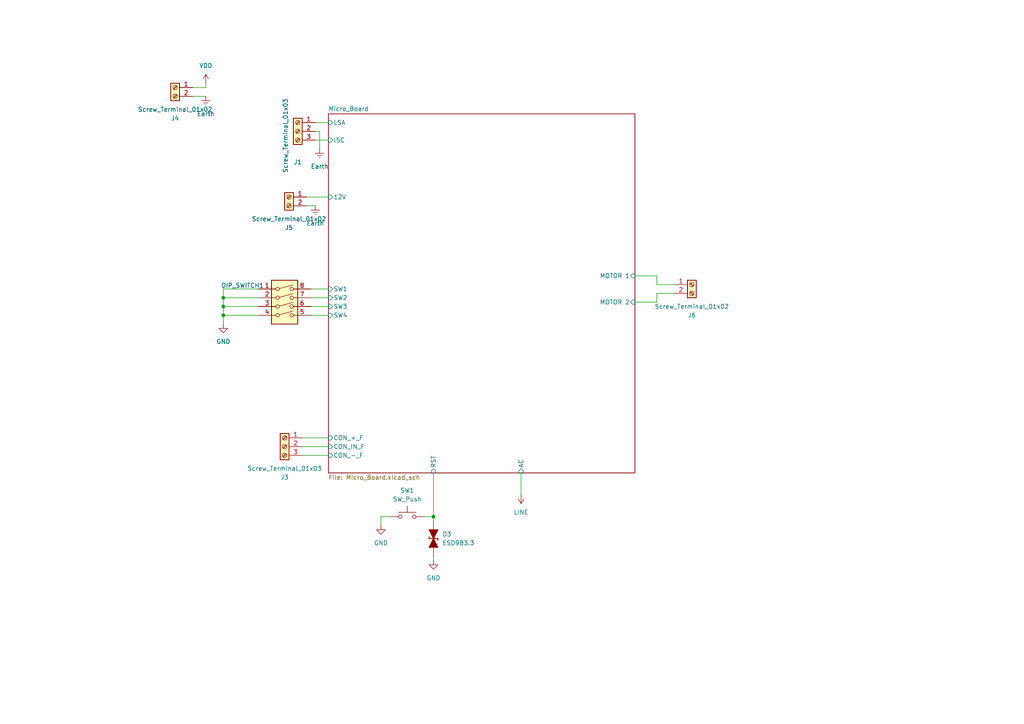
<source format=kicad_sch>
(kicad_sch
	(version 20250114)
	(generator "eeschema")
	(generator_version "9.0")
	(uuid "3d75f2ac-ff42-44dc-9858-71c9585bfb68")
	(paper "A4")
	(lib_symbols
		(symbol "Connector:Screw_Terminal_01x02"
			(pin_names
				(offset 1.016)
				(hide yes)
			)
			(exclude_from_sim no)
			(in_bom yes)
			(on_board yes)
			(property "Reference" "J"
				(at 0 2.54 0)
				(effects
					(font
						(size 1.27 1.27)
					)
				)
			)
			(property "Value" "Screw_Terminal_01x02"
				(at 0 -5.08 0)
				(effects
					(font
						(size 1.27 1.27)
					)
				)
			)
			(property "Footprint" ""
				(at 0 0 0)
				(effects
					(font
						(size 1.27 1.27)
					)
					(hide yes)
				)
			)
			(property "Datasheet" "~"
				(at 0 0 0)
				(effects
					(font
						(size 1.27 1.27)
					)
					(hide yes)
				)
			)
			(property "Description" "Generic screw terminal, single row, 01x02, script generated (kicad-library-utils/schlib/autogen/connector/)"
				(at 0 0 0)
				(effects
					(font
						(size 1.27 1.27)
					)
					(hide yes)
				)
			)
			(property "ki_keywords" "screw terminal"
				(at 0 0 0)
				(effects
					(font
						(size 1.27 1.27)
					)
					(hide yes)
				)
			)
			(property "ki_fp_filters" "TerminalBlock*:*"
				(at 0 0 0)
				(effects
					(font
						(size 1.27 1.27)
					)
					(hide yes)
				)
			)
			(symbol "Screw_Terminal_01x02_1_1"
				(rectangle
					(start -1.27 1.27)
					(end 1.27 -3.81)
					(stroke
						(width 0.254)
						(type default)
					)
					(fill
						(type background)
					)
				)
				(polyline
					(pts
						(xy -0.5334 0.3302) (xy 0.3302 -0.508)
					)
					(stroke
						(width 0.1524)
						(type default)
					)
					(fill
						(type none)
					)
				)
				(polyline
					(pts
						(xy -0.5334 -2.2098) (xy 0.3302 -3.048)
					)
					(stroke
						(width 0.1524)
						(type default)
					)
					(fill
						(type none)
					)
				)
				(polyline
					(pts
						(xy -0.3556 0.508) (xy 0.508 -0.3302)
					)
					(stroke
						(width 0.1524)
						(type default)
					)
					(fill
						(type none)
					)
				)
				(polyline
					(pts
						(xy -0.3556 -2.032) (xy 0.508 -2.8702)
					)
					(stroke
						(width 0.1524)
						(type default)
					)
					(fill
						(type none)
					)
				)
				(circle
					(center 0 0)
					(radius 0.635)
					(stroke
						(width 0.1524)
						(type default)
					)
					(fill
						(type none)
					)
				)
				(circle
					(center 0 -2.54)
					(radius 0.635)
					(stroke
						(width 0.1524)
						(type default)
					)
					(fill
						(type none)
					)
				)
				(pin passive line
					(at -5.08 0 0)
					(length 3.81)
					(name "Pin_1"
						(effects
							(font
								(size 1.27 1.27)
							)
						)
					)
					(number "1"
						(effects
							(font
								(size 1.27 1.27)
							)
						)
					)
				)
				(pin passive line
					(at -5.08 -2.54 0)
					(length 3.81)
					(name "Pin_2"
						(effects
							(font
								(size 1.27 1.27)
							)
						)
					)
					(number "2"
						(effects
							(font
								(size 1.27 1.27)
							)
						)
					)
				)
			)
			(embedded_fonts no)
		)
		(symbol "Connector:Screw_Terminal_01x03"
			(pin_names
				(offset 1.016)
				(hide yes)
			)
			(exclude_from_sim no)
			(in_bom yes)
			(on_board yes)
			(property "Reference" "J"
				(at 0 5.08 0)
				(effects
					(font
						(size 1.27 1.27)
					)
				)
			)
			(property "Value" "Screw_Terminal_01x03"
				(at 0 -5.08 0)
				(effects
					(font
						(size 1.27 1.27)
					)
				)
			)
			(property "Footprint" ""
				(at 0 0 0)
				(effects
					(font
						(size 1.27 1.27)
					)
					(hide yes)
				)
			)
			(property "Datasheet" "~"
				(at 0 0 0)
				(effects
					(font
						(size 1.27 1.27)
					)
					(hide yes)
				)
			)
			(property "Description" "Generic screw terminal, single row, 01x03, script generated (kicad-library-utils/schlib/autogen/connector/)"
				(at 0 0 0)
				(effects
					(font
						(size 1.27 1.27)
					)
					(hide yes)
				)
			)
			(property "ki_keywords" "screw terminal"
				(at 0 0 0)
				(effects
					(font
						(size 1.27 1.27)
					)
					(hide yes)
				)
			)
			(property "ki_fp_filters" "TerminalBlock*:*"
				(at 0 0 0)
				(effects
					(font
						(size 1.27 1.27)
					)
					(hide yes)
				)
			)
			(symbol "Screw_Terminal_01x03_1_1"
				(rectangle
					(start -1.27 3.81)
					(end 1.27 -3.81)
					(stroke
						(width 0.254)
						(type default)
					)
					(fill
						(type background)
					)
				)
				(polyline
					(pts
						(xy -0.5334 2.8702) (xy 0.3302 2.032)
					)
					(stroke
						(width 0.1524)
						(type default)
					)
					(fill
						(type none)
					)
				)
				(polyline
					(pts
						(xy -0.5334 0.3302) (xy 0.3302 -0.508)
					)
					(stroke
						(width 0.1524)
						(type default)
					)
					(fill
						(type none)
					)
				)
				(polyline
					(pts
						(xy -0.5334 -2.2098) (xy 0.3302 -3.048)
					)
					(stroke
						(width 0.1524)
						(type default)
					)
					(fill
						(type none)
					)
				)
				(polyline
					(pts
						(xy -0.3556 3.048) (xy 0.508 2.2098)
					)
					(stroke
						(width 0.1524)
						(type default)
					)
					(fill
						(type none)
					)
				)
				(polyline
					(pts
						(xy -0.3556 0.508) (xy 0.508 -0.3302)
					)
					(stroke
						(width 0.1524)
						(type default)
					)
					(fill
						(type none)
					)
				)
				(polyline
					(pts
						(xy -0.3556 -2.032) (xy 0.508 -2.8702)
					)
					(stroke
						(width 0.1524)
						(type default)
					)
					(fill
						(type none)
					)
				)
				(circle
					(center 0 2.54)
					(radius 0.635)
					(stroke
						(width 0.1524)
						(type default)
					)
					(fill
						(type none)
					)
				)
				(circle
					(center 0 0)
					(radius 0.635)
					(stroke
						(width 0.1524)
						(type default)
					)
					(fill
						(type none)
					)
				)
				(circle
					(center 0 -2.54)
					(radius 0.635)
					(stroke
						(width 0.1524)
						(type default)
					)
					(fill
						(type none)
					)
				)
				(pin passive line
					(at -5.08 2.54 0)
					(length 3.81)
					(name "Pin_1"
						(effects
							(font
								(size 1.27 1.27)
							)
						)
					)
					(number "1"
						(effects
							(font
								(size 1.27 1.27)
							)
						)
					)
				)
				(pin passive line
					(at -5.08 0 0)
					(length 3.81)
					(name "Pin_2"
						(effects
							(font
								(size 1.27 1.27)
							)
						)
					)
					(number "2"
						(effects
							(font
								(size 1.27 1.27)
							)
						)
					)
				)
				(pin passive line
					(at -5.08 -2.54 0)
					(length 3.81)
					(name "Pin_3"
						(effects
							(font
								(size 1.27 1.27)
							)
						)
					)
					(number "3"
						(effects
							(font
								(size 1.27 1.27)
							)
						)
					)
				)
			)
			(embedded_fonts no)
		)
		(symbol "PCM_Diode_TVS_AKL:ESD9B3.3"
			(pin_numbers
				(hide yes)
			)
			(pin_names
				(offset 1.016)
				(hide yes)
			)
			(exclude_from_sim no)
			(in_bom yes)
			(on_board yes)
			(property "Reference" "D"
				(at 0 5.08 0)
				(effects
					(font
						(size 1.27 1.27)
					)
				)
			)
			(property "Value" "ESD9B3.3"
				(at 0 2.54 0)
				(effects
					(font
						(size 1.27 1.27)
					)
				)
			)
			(property "Footprint" "PCM_Diode_SMD_AKL:D_SOD-923_TVS"
				(at 0 0 0)
				(effects
					(font
						(size 1.27 1.27)
					)
					(hide yes)
				)
			)
			(property "Datasheet" "https://www.tme.eu/Document/0fb79d9ad86508c0efdad25a1197dda3/ESD9B5.0ST5G.PDF"
				(at 0 0 0)
				(effects
					(font
						(size 1.27 1.27)
					)
					(hide yes)
				)
			)
			(property "Description" "SOD-923 Bidirectional TVS Diode, 3.3V, Alternate KiCAD Library"
				(at 0 0 0)
				(effects
					(font
						(size 1.27 1.27)
					)
					(hide yes)
				)
			)
			(property "ki_keywords" "diode TVS bidirectional ESD9B"
				(at 0 0 0)
				(effects
					(font
						(size 1.27 1.27)
					)
					(hide yes)
				)
			)
			(property "ki_fp_filters" "TO-???* *_Diode_* *SingleDiode* D_*"
				(at 0 0 0)
				(effects
					(font
						(size 1.27 1.27)
					)
					(hide yes)
				)
			)
			(symbol "ESD9B3.3_0_1"
				(polyline
					(pts
						(xy 0 1.27) (xy 0 -1.27)
					)
					(stroke
						(width 0.254)
						(type default)
					)
					(fill
						(type none)
					)
				)
				(polyline
					(pts
						(xy 0 1.27) (xy 0.508 1.27)
					)
					(stroke
						(width 0.254)
						(type default)
					)
					(fill
						(type none)
					)
				)
				(polyline
					(pts
						(xy 0 0) (xy -2.54 1.27) (xy -2.54 -1.27) (xy 0 0)
					)
					(stroke
						(width 0.254)
						(type default)
					)
					(fill
						(type outline)
					)
				)
				(polyline
					(pts
						(xy 0 -1.27) (xy -0.508 -1.27)
					)
					(stroke
						(width 0.254)
						(type default)
					)
					(fill
						(type none)
					)
				)
				(polyline
					(pts
						(xy 1.27 0) (xy -1.27 0)
					)
					(stroke
						(width 0)
						(type default)
					)
					(fill
						(type none)
					)
				)
				(polyline
					(pts
						(xy 2.54 1.27) (xy 2.54 -1.27) (xy 0 0) (xy 2.54 1.27)
					)
					(stroke
						(width 0.254)
						(type default)
					)
					(fill
						(type outline)
					)
				)
			)
			(symbol "ESD9B3.3_0_2"
				(polyline
					(pts
						(xy -3.81 -3.81) (xy 3.81 3.81)
					)
					(stroke
						(width 0)
						(type default)
					)
					(fill
						(type none)
					)
				)
				(polyline
					(pts
						(xy -1.778 -1.778) (xy -2.667 -0.889) (xy 0 0) (xy -0.889 -2.667) (xy -1.778 -1.778)
					)
					(stroke
						(width 0.254)
						(type default)
					)
					(fill
						(type outline)
					)
				)
				(polyline
					(pts
						(xy -0.889 0.889) (xy -1.27 0.508)
					)
					(stroke
						(width 0.254)
						(type default)
					)
					(fill
						(type none)
					)
				)
				(polyline
					(pts
						(xy -0.889 0.889) (xy 0.889 -0.889)
					)
					(stroke
						(width 0.254)
						(type default)
					)
					(fill
						(type none)
					)
				)
				(polyline
					(pts
						(xy 0.889 -0.889) (xy 1.27 -0.508)
					)
					(stroke
						(width 0.254)
						(type default)
					)
					(fill
						(type none)
					)
				)
				(polyline
					(pts
						(xy 1.778 1.778) (xy 2.667 0.889) (xy 0 0) (xy 0.889 2.667) (xy 1.778 1.778)
					)
					(stroke
						(width 0.254)
						(type default)
					)
					(fill
						(type outline)
					)
				)
			)
			(symbol "ESD9B3.3_1_1"
				(pin passive line
					(at -5.08 0 0)
					(length 2.54)
					(name "K"
						(effects
							(font
								(size 1.27 1.27)
							)
						)
					)
					(number "1"
						(effects
							(font
								(size 1.27 1.27)
							)
						)
					)
				)
				(pin passive line
					(at 5.08 0 180)
					(length 2.54)
					(name "A"
						(effects
							(font
								(size 1.27 1.27)
							)
						)
					)
					(number "2"
						(effects
							(font
								(size 1.27 1.27)
							)
						)
					)
				)
			)
			(symbol "ESD9B3.3_1_2"
				(pin passive line
					(at -3.81 -3.81 0)
					(length 0)
					(name "A"
						(effects
							(font
								(size 1.27 1.27)
							)
						)
					)
					(number "2"
						(effects
							(font
								(size 1.27 1.27)
							)
						)
					)
				)
				(pin passive line
					(at 3.81 3.81 180)
					(length 0)
					(name "K"
						(effects
							(font
								(size 1.27 1.27)
							)
						)
					)
					(number "1"
						(effects
							(font
								(size 1.27 1.27)
							)
						)
					)
				)
			)
			(embedded_fonts no)
		)
		(symbol "Switch:SW_DIP_x04"
			(pin_names
				(offset 0)
				(hide yes)
			)
			(exclude_from_sim no)
			(in_bom yes)
			(on_board yes)
			(property "Reference" "SW"
				(at 0 8.89 0)
				(effects
					(font
						(size 1.27 1.27)
					)
				)
			)
			(property "Value" "SW_DIP_x04"
				(at 0 -6.35 0)
				(effects
					(font
						(size 1.27 1.27)
					)
				)
			)
			(property "Footprint" ""
				(at 0 0 0)
				(effects
					(font
						(size 1.27 1.27)
					)
					(hide yes)
				)
			)
			(property "Datasheet" "~"
				(at 0 0 0)
				(effects
					(font
						(size 1.27 1.27)
					)
					(hide yes)
				)
			)
			(property "Description" "4x DIP Switch, Single Pole Single Throw (SPST) switch, small symbol"
				(at 0 0 0)
				(effects
					(font
						(size 1.27 1.27)
					)
					(hide yes)
				)
			)
			(property "ki_keywords" "dip switch"
				(at 0 0 0)
				(effects
					(font
						(size 1.27 1.27)
					)
					(hide yes)
				)
			)
			(property "ki_fp_filters" "SW?DIP?x4*"
				(at 0 0 0)
				(effects
					(font
						(size 1.27 1.27)
					)
					(hide yes)
				)
			)
			(symbol "SW_DIP_x04_0_0"
				(circle
					(center -2.032 5.08)
					(radius 0.508)
					(stroke
						(width 0)
						(type default)
					)
					(fill
						(type none)
					)
				)
				(circle
					(center -2.032 2.54)
					(radius 0.508)
					(stroke
						(width 0)
						(type default)
					)
					(fill
						(type none)
					)
				)
				(circle
					(center -2.032 0)
					(radius 0.508)
					(stroke
						(width 0)
						(type default)
					)
					(fill
						(type none)
					)
				)
				(circle
					(center -2.032 -2.54)
					(radius 0.508)
					(stroke
						(width 0)
						(type default)
					)
					(fill
						(type none)
					)
				)
				(polyline
					(pts
						(xy -1.524 5.207) (xy 2.3622 6.2484)
					)
					(stroke
						(width 0)
						(type default)
					)
					(fill
						(type none)
					)
				)
				(polyline
					(pts
						(xy -1.524 2.667) (xy 2.3622 3.7084)
					)
					(stroke
						(width 0)
						(type default)
					)
					(fill
						(type none)
					)
				)
				(polyline
					(pts
						(xy -1.524 0.127) (xy 2.3622 1.1684)
					)
					(stroke
						(width 0)
						(type default)
					)
					(fill
						(type none)
					)
				)
				(polyline
					(pts
						(xy -1.524 -2.3876) (xy 2.3622 -1.3462)
					)
					(stroke
						(width 0)
						(type default)
					)
					(fill
						(type none)
					)
				)
				(circle
					(center 2.032 5.08)
					(radius 0.508)
					(stroke
						(width 0)
						(type default)
					)
					(fill
						(type none)
					)
				)
				(circle
					(center 2.032 2.54)
					(radius 0.508)
					(stroke
						(width 0)
						(type default)
					)
					(fill
						(type none)
					)
				)
				(circle
					(center 2.032 0)
					(radius 0.508)
					(stroke
						(width 0)
						(type default)
					)
					(fill
						(type none)
					)
				)
				(circle
					(center 2.032 -2.54)
					(radius 0.508)
					(stroke
						(width 0)
						(type default)
					)
					(fill
						(type none)
					)
				)
			)
			(symbol "SW_DIP_x04_0_1"
				(rectangle
					(start -3.81 7.62)
					(end 3.81 -5.08)
					(stroke
						(width 0.254)
						(type default)
					)
					(fill
						(type background)
					)
				)
			)
			(symbol "SW_DIP_x04_1_1"
				(pin passive line
					(at -7.62 5.08 0)
					(length 5.08)
					(name "~"
						(effects
							(font
								(size 1.27 1.27)
							)
						)
					)
					(number "1"
						(effects
							(font
								(size 1.27 1.27)
							)
						)
					)
				)
				(pin passive line
					(at -7.62 2.54 0)
					(length 5.08)
					(name "~"
						(effects
							(font
								(size 1.27 1.27)
							)
						)
					)
					(number "2"
						(effects
							(font
								(size 1.27 1.27)
							)
						)
					)
				)
				(pin passive line
					(at -7.62 0 0)
					(length 5.08)
					(name "~"
						(effects
							(font
								(size 1.27 1.27)
							)
						)
					)
					(number "3"
						(effects
							(font
								(size 1.27 1.27)
							)
						)
					)
				)
				(pin passive line
					(at -7.62 -2.54 0)
					(length 5.08)
					(name "~"
						(effects
							(font
								(size 1.27 1.27)
							)
						)
					)
					(number "4"
						(effects
							(font
								(size 1.27 1.27)
							)
						)
					)
				)
				(pin passive line
					(at 7.62 5.08 180)
					(length 5.08)
					(name "~"
						(effects
							(font
								(size 1.27 1.27)
							)
						)
					)
					(number "8"
						(effects
							(font
								(size 1.27 1.27)
							)
						)
					)
				)
				(pin passive line
					(at 7.62 2.54 180)
					(length 5.08)
					(name "~"
						(effects
							(font
								(size 1.27 1.27)
							)
						)
					)
					(number "7"
						(effects
							(font
								(size 1.27 1.27)
							)
						)
					)
				)
				(pin passive line
					(at 7.62 0 180)
					(length 5.08)
					(name "~"
						(effects
							(font
								(size 1.27 1.27)
							)
						)
					)
					(number "6"
						(effects
							(font
								(size 1.27 1.27)
							)
						)
					)
				)
				(pin passive line
					(at 7.62 -2.54 180)
					(length 5.08)
					(name "~"
						(effects
							(font
								(size 1.27 1.27)
							)
						)
					)
					(number "5"
						(effects
							(font
								(size 1.27 1.27)
							)
						)
					)
				)
			)
			(embedded_fonts no)
		)
		(symbol "Switch:SW_Push"
			(pin_numbers
				(hide yes)
			)
			(pin_names
				(offset 1.016)
				(hide yes)
			)
			(exclude_from_sim no)
			(in_bom yes)
			(on_board yes)
			(property "Reference" "SW"
				(at 1.27 2.54 0)
				(effects
					(font
						(size 1.27 1.27)
					)
					(justify left)
				)
			)
			(property "Value" "SW_Push"
				(at 0 -1.524 0)
				(effects
					(font
						(size 1.27 1.27)
					)
				)
			)
			(property "Footprint" ""
				(at 0 5.08 0)
				(effects
					(font
						(size 1.27 1.27)
					)
					(hide yes)
				)
			)
			(property "Datasheet" "~"
				(at 0 5.08 0)
				(effects
					(font
						(size 1.27 1.27)
					)
					(hide yes)
				)
			)
			(property "Description" "Push button switch, generic, two pins"
				(at 0 0 0)
				(effects
					(font
						(size 1.27 1.27)
					)
					(hide yes)
				)
			)
			(property "ki_keywords" "switch normally-open pushbutton push-button"
				(at 0 0 0)
				(effects
					(font
						(size 1.27 1.27)
					)
					(hide yes)
				)
			)
			(symbol "SW_Push_0_1"
				(circle
					(center -2.032 0)
					(radius 0.508)
					(stroke
						(width 0)
						(type default)
					)
					(fill
						(type none)
					)
				)
				(polyline
					(pts
						(xy 0 1.27) (xy 0 3.048)
					)
					(stroke
						(width 0)
						(type default)
					)
					(fill
						(type none)
					)
				)
				(circle
					(center 2.032 0)
					(radius 0.508)
					(stroke
						(width 0)
						(type default)
					)
					(fill
						(type none)
					)
				)
				(polyline
					(pts
						(xy 2.54 1.27) (xy -2.54 1.27)
					)
					(stroke
						(width 0)
						(type default)
					)
					(fill
						(type none)
					)
				)
				(pin passive line
					(at -5.08 0 0)
					(length 2.54)
					(name "1"
						(effects
							(font
								(size 1.27 1.27)
							)
						)
					)
					(number "1"
						(effects
							(font
								(size 1.27 1.27)
							)
						)
					)
				)
				(pin passive line
					(at 5.08 0 180)
					(length 2.54)
					(name "2"
						(effects
							(font
								(size 1.27 1.27)
							)
						)
					)
					(number "2"
						(effects
							(font
								(size 1.27 1.27)
							)
						)
					)
				)
			)
			(embedded_fonts no)
		)
		(symbol "power:Earth"
			(power)
			(pin_numbers
				(hide yes)
			)
			(pin_names
				(offset 0)
				(hide yes)
			)
			(exclude_from_sim no)
			(in_bom yes)
			(on_board yes)
			(property "Reference" "#PWR"
				(at 0 -6.35 0)
				(effects
					(font
						(size 1.27 1.27)
					)
					(hide yes)
				)
			)
			(property "Value" "Earth"
				(at 0 -3.81 0)
				(effects
					(font
						(size 1.27 1.27)
					)
				)
			)
			(property "Footprint" ""
				(at 0 0 0)
				(effects
					(font
						(size 1.27 1.27)
					)
					(hide yes)
				)
			)
			(property "Datasheet" "~"
				(at 0 0 0)
				(effects
					(font
						(size 1.27 1.27)
					)
					(hide yes)
				)
			)
			(property "Description" "Power symbol creates a global label with name \"Earth\""
				(at 0 0 0)
				(effects
					(font
						(size 1.27 1.27)
					)
					(hide yes)
				)
			)
			(property "ki_keywords" "global ground gnd"
				(at 0 0 0)
				(effects
					(font
						(size 1.27 1.27)
					)
					(hide yes)
				)
			)
			(symbol "Earth_0_1"
				(polyline
					(pts
						(xy -0.635 -1.905) (xy 0.635 -1.905)
					)
					(stroke
						(width 0)
						(type default)
					)
					(fill
						(type none)
					)
				)
				(polyline
					(pts
						(xy -0.127 -2.54) (xy 0.127 -2.54)
					)
					(stroke
						(width 0)
						(type default)
					)
					(fill
						(type none)
					)
				)
				(polyline
					(pts
						(xy 0 -1.27) (xy 0 0)
					)
					(stroke
						(width 0)
						(type default)
					)
					(fill
						(type none)
					)
				)
				(polyline
					(pts
						(xy 1.27 -1.27) (xy -1.27 -1.27)
					)
					(stroke
						(width 0)
						(type default)
					)
					(fill
						(type none)
					)
				)
			)
			(symbol "Earth_1_1"
				(pin power_in line
					(at 0 0 270)
					(length 0)
					(name "~"
						(effects
							(font
								(size 1.27 1.27)
							)
						)
					)
					(number "1"
						(effects
							(font
								(size 1.27 1.27)
							)
						)
					)
				)
			)
			(embedded_fonts no)
		)
		(symbol "power:GND"
			(power)
			(pin_numbers
				(hide yes)
			)
			(pin_names
				(offset 0)
				(hide yes)
			)
			(exclude_from_sim no)
			(in_bom yes)
			(on_board yes)
			(property "Reference" "#PWR"
				(at 0 -6.35 0)
				(effects
					(font
						(size 1.27 1.27)
					)
					(hide yes)
				)
			)
			(property "Value" "GND"
				(at 0 -3.81 0)
				(effects
					(font
						(size 1.27 1.27)
					)
				)
			)
			(property "Footprint" ""
				(at 0 0 0)
				(effects
					(font
						(size 1.27 1.27)
					)
					(hide yes)
				)
			)
			(property "Datasheet" ""
				(at 0 0 0)
				(effects
					(font
						(size 1.27 1.27)
					)
					(hide yes)
				)
			)
			(property "Description" "Power symbol creates a global label with name \"GND\" , ground"
				(at 0 0 0)
				(effects
					(font
						(size 1.27 1.27)
					)
					(hide yes)
				)
			)
			(property "ki_keywords" "global power"
				(at 0 0 0)
				(effects
					(font
						(size 1.27 1.27)
					)
					(hide yes)
				)
			)
			(symbol "GND_0_1"
				(polyline
					(pts
						(xy 0 0) (xy 0 -1.27) (xy 1.27 -1.27) (xy 0 -2.54) (xy -1.27 -1.27) (xy 0 -1.27)
					)
					(stroke
						(width 0)
						(type default)
					)
					(fill
						(type none)
					)
				)
			)
			(symbol "GND_1_1"
				(pin power_in line
					(at 0 0 270)
					(length 0)
					(name "~"
						(effects
							(font
								(size 1.27 1.27)
							)
						)
					)
					(number "1"
						(effects
							(font
								(size 1.27 1.27)
							)
						)
					)
				)
			)
			(embedded_fonts no)
		)
		(symbol "power:LINE"
			(power)
			(pin_numbers
				(hide yes)
			)
			(pin_names
				(offset 0)
				(hide yes)
			)
			(exclude_from_sim no)
			(in_bom yes)
			(on_board yes)
			(property "Reference" "#PWR"
				(at 0 -3.81 0)
				(effects
					(font
						(size 1.27 1.27)
					)
					(hide yes)
				)
			)
			(property "Value" "LINE"
				(at 0 3.556 0)
				(effects
					(font
						(size 1.27 1.27)
					)
				)
			)
			(property "Footprint" ""
				(at 0 0 0)
				(effects
					(font
						(size 1.27 1.27)
					)
					(hide yes)
				)
			)
			(property "Datasheet" ""
				(at 0 0 0)
				(effects
					(font
						(size 1.27 1.27)
					)
					(hide yes)
				)
			)
			(property "Description" "Power symbol creates a global label with name \"LINE\""
				(at 0 0 0)
				(effects
					(font
						(size 1.27 1.27)
					)
					(hide yes)
				)
			)
			(property "ki_keywords" "global power"
				(at 0 0 0)
				(effects
					(font
						(size 1.27 1.27)
					)
					(hide yes)
				)
			)
			(symbol "LINE_0_1"
				(polyline
					(pts
						(xy -0.762 1.27) (xy 0 2.54)
					)
					(stroke
						(width 0)
						(type default)
					)
					(fill
						(type none)
					)
				)
				(polyline
					(pts
						(xy 0 2.54) (xy 0.762 1.27)
					)
					(stroke
						(width 0)
						(type default)
					)
					(fill
						(type none)
					)
				)
				(polyline
					(pts
						(xy 0 0) (xy 0 2.54)
					)
					(stroke
						(width 0)
						(type default)
					)
					(fill
						(type none)
					)
				)
			)
			(symbol "LINE_1_1"
				(pin power_in line
					(at 0 0 90)
					(length 0)
					(name "~"
						(effects
							(font
								(size 1.27 1.27)
							)
						)
					)
					(number "1"
						(effects
							(font
								(size 1.27 1.27)
							)
						)
					)
				)
			)
			(embedded_fonts no)
		)
		(symbol "power:VDD"
			(power)
			(pin_numbers
				(hide yes)
			)
			(pin_names
				(offset 0)
				(hide yes)
			)
			(exclude_from_sim no)
			(in_bom yes)
			(on_board yes)
			(property "Reference" "#PWR"
				(at 0 -3.81 0)
				(effects
					(font
						(size 1.27 1.27)
					)
					(hide yes)
				)
			)
			(property "Value" "VDD"
				(at 0 3.556 0)
				(effects
					(font
						(size 1.27 1.27)
					)
				)
			)
			(property "Footprint" ""
				(at 0 0 0)
				(effects
					(font
						(size 1.27 1.27)
					)
					(hide yes)
				)
			)
			(property "Datasheet" ""
				(at 0 0 0)
				(effects
					(font
						(size 1.27 1.27)
					)
					(hide yes)
				)
			)
			(property "Description" "Power symbol creates a global label with name \"VDD\""
				(at 0 0 0)
				(effects
					(font
						(size 1.27 1.27)
					)
					(hide yes)
				)
			)
			(property "ki_keywords" "global power"
				(at 0 0 0)
				(effects
					(font
						(size 1.27 1.27)
					)
					(hide yes)
				)
			)
			(symbol "VDD_0_1"
				(polyline
					(pts
						(xy -0.762 1.27) (xy 0 2.54)
					)
					(stroke
						(width 0)
						(type default)
					)
					(fill
						(type none)
					)
				)
				(polyline
					(pts
						(xy 0 2.54) (xy 0.762 1.27)
					)
					(stroke
						(width 0)
						(type default)
					)
					(fill
						(type none)
					)
				)
				(polyline
					(pts
						(xy 0 0) (xy 0 2.54)
					)
					(stroke
						(width 0)
						(type default)
					)
					(fill
						(type none)
					)
				)
			)
			(symbol "VDD_1_1"
				(pin power_in line
					(at 0 0 90)
					(length 0)
					(name "~"
						(effects
							(font
								(size 1.27 1.27)
							)
						)
					)
					(number "1"
						(effects
							(font
								(size 1.27 1.27)
							)
						)
					)
				)
			)
			(embedded_fonts no)
		)
	)
	(junction
		(at 64.77 91.44)
		(diameter 0)
		(color 0 0 0 0)
		(uuid "13e417b4-26f5-4048-a90c-0e4b8d2d6d96")
	)
	(junction
		(at 64.77 86.36)
		(diameter 0)
		(color 0 0 0 0)
		(uuid "4bc1e37c-55e0-4283-915f-b786439c4aba")
	)
	(junction
		(at 64.77 88.9)
		(diameter 0)
		(color 0 0 0 0)
		(uuid "baee1a18-3f98-4fe6-8d91-2475f20f2727")
	)
	(junction
		(at 125.73 149.86)
		(diameter 0)
		(color 0 0 0 0)
		(uuid "c1073595-89b6-4469-96c8-20ebcfe5c6a7")
	)
	(wire
		(pts
			(xy 90.17 91.44) (xy 95.25 91.44)
		)
		(stroke
			(width 0)
			(type default)
		)
		(uuid "06244cb6-f2fa-46d0-9481-2c034d1e6602")
	)
	(wire
		(pts
			(xy 87.63 129.54) (xy 95.25 129.54)
		)
		(stroke
			(width 0)
			(type default)
		)
		(uuid "0f2b24bf-1903-4a7b-bc1f-4e1483a8d07d")
	)
	(wire
		(pts
			(xy 88.9 57.15) (xy 95.25 57.15)
		)
		(stroke
			(width 0)
			(type default)
		)
		(uuid "15b0ba63-d47f-4846-9830-1255ba416c96")
	)
	(wire
		(pts
			(xy 92.71 38.1) (xy 91.44 38.1)
		)
		(stroke
			(width 0)
			(type default)
		)
		(uuid "2892ef59-9c52-4f72-b75d-f2978352f5a6")
	)
	(wire
		(pts
			(xy 55.88 27.94) (xy 59.69 27.94)
		)
		(stroke
			(width 0)
			(type default)
		)
		(uuid "2d78cb6a-61f5-4416-9aab-f90aeb1f4515")
	)
	(wire
		(pts
			(xy 64.77 86.36) (xy 64.77 83.82)
		)
		(stroke
			(width 0)
			(type default)
		)
		(uuid "38b83000-e3c5-4f28-ab25-42faf6c54495")
	)
	(wire
		(pts
			(xy 59.69 24.13) (xy 59.69 25.4)
		)
		(stroke
			(width 0)
			(type default)
		)
		(uuid "3ebeb8b3-175e-4e2b-81bf-1d78ed5af972")
	)
	(wire
		(pts
			(xy 190.5 80.01) (xy 184.15 80.01)
		)
		(stroke
			(width 0)
			(type default)
		)
		(uuid "49497ec0-25f7-4fd2-b1e7-27e0546433ff")
	)
	(wire
		(pts
			(xy 87.63 132.08) (xy 95.25 132.08)
		)
		(stroke
			(width 0)
			(type default)
		)
		(uuid "49767c01-4f07-4533-a756-20a84ac31a0e")
	)
	(wire
		(pts
			(xy 64.77 83.82) (xy 74.93 83.82)
		)
		(stroke
			(width 0)
			(type default)
		)
		(uuid "5993baf6-702c-4c96-ac0b-e37597140419")
	)
	(wire
		(pts
			(xy 92.71 38.1) (xy 92.71 43.18)
		)
		(stroke
			(width 0)
			(type default)
		)
		(uuid "613f44af-0fed-4236-be79-bef5804a369e")
	)
	(wire
		(pts
			(xy 90.17 83.82) (xy 95.25 83.82)
		)
		(stroke
			(width 0)
			(type default)
		)
		(uuid "7c06dc31-bef4-4c4b-aba9-e0ea3e619311")
	)
	(wire
		(pts
			(xy 125.73 151.13) (xy 125.73 149.86)
		)
		(stroke
			(width 0)
			(type default)
		)
		(uuid "7d10be66-1013-4337-9132-da103a0c8fb4")
	)
	(wire
		(pts
			(xy 113.03 149.86) (xy 110.49 149.86)
		)
		(stroke
			(width 0)
			(type default)
		)
		(uuid "876da22d-649b-4b91-aed6-66a455b80b63")
	)
	(wire
		(pts
			(xy 151.13 137.16) (xy 151.13 143.51)
		)
		(stroke
			(width 0)
			(type default)
		)
		(uuid "87c18d6d-9dc0-4bba-8bd9-190982437ea6")
	)
	(wire
		(pts
			(xy 125.73 137.16) (xy 125.73 149.86)
		)
		(stroke
			(width 0)
			(type default)
		)
		(uuid "90c2b8bb-c2c9-4b32-97e0-74fc8dae4d95")
	)
	(wire
		(pts
			(xy 64.77 91.44) (xy 64.77 88.9)
		)
		(stroke
			(width 0)
			(type default)
		)
		(uuid "9cd8632f-7f20-4f76-aff8-9edd851fb672")
	)
	(wire
		(pts
			(xy 195.58 82.55) (xy 190.5 82.55)
		)
		(stroke
			(width 0)
			(type default)
		)
		(uuid "9dd824ad-4b2b-4db9-9fcf-40d009d6065b")
	)
	(wire
		(pts
			(xy 91.44 59.69) (xy 88.9 59.69)
		)
		(stroke
			(width 0)
			(type default)
		)
		(uuid "a479d678-6939-4b93-8358-2cc47d97edc1")
	)
	(wire
		(pts
			(xy 91.44 35.56) (xy 95.25 35.56)
		)
		(stroke
			(width 0)
			(type default)
		)
		(uuid "a55fc504-d957-4c05-bc69-8123dddfe71f")
	)
	(wire
		(pts
			(xy 184.15 87.63) (xy 190.5 87.63)
		)
		(stroke
			(width 0)
			(type default)
		)
		(uuid "acfffa5e-4d19-44e7-9ef1-b49b25c87ce7")
	)
	(wire
		(pts
			(xy 64.77 86.36) (xy 74.93 86.36)
		)
		(stroke
			(width 0)
			(type default)
		)
		(uuid "b1ab80bf-0315-4833-b7d6-4cb611d263b6")
	)
	(wire
		(pts
			(xy 64.77 88.9) (xy 64.77 86.36)
		)
		(stroke
			(width 0)
			(type default)
		)
		(uuid "b44685da-8775-4cae-a6ba-16a85c974290")
	)
	(wire
		(pts
			(xy 90.17 86.36) (xy 95.25 86.36)
		)
		(stroke
			(width 0)
			(type default)
		)
		(uuid "b793b3e5-481b-4d23-8b14-2e0e3e1fd9e0")
	)
	(wire
		(pts
			(xy 87.63 127) (xy 95.25 127)
		)
		(stroke
			(width 0)
			(type default)
		)
		(uuid "c07d45c1-9966-4799-8aca-a3ea1566d72a")
	)
	(wire
		(pts
			(xy 110.49 149.86) (xy 110.49 152.4)
		)
		(stroke
			(width 0)
			(type default)
		)
		(uuid "c5d1261f-9428-4f2f-b586-2d8068d54524")
	)
	(wire
		(pts
			(xy 123.19 149.86) (xy 125.73 149.86)
		)
		(stroke
			(width 0)
			(type default)
		)
		(uuid "c8876fcb-b6a8-4cef-a292-97b2f801245d")
	)
	(wire
		(pts
			(xy 64.77 91.44) (xy 74.93 91.44)
		)
		(stroke
			(width 0)
			(type default)
		)
		(uuid "c8a58846-6fbd-42c8-ad9f-d92146ccc5a8")
	)
	(wire
		(pts
			(xy 91.44 40.64) (xy 95.25 40.64)
		)
		(stroke
			(width 0)
			(type default)
		)
		(uuid "d8b09ef9-b8db-4432-96c1-2c9f5fa06d64")
	)
	(wire
		(pts
			(xy 190.5 85.09) (xy 195.58 85.09)
		)
		(stroke
			(width 0)
			(type default)
		)
		(uuid "d9740493-2659-4119-acd9-c59cd6d097b4")
	)
	(wire
		(pts
			(xy 55.88 25.4) (xy 59.69 25.4)
		)
		(stroke
			(width 0)
			(type default)
		)
		(uuid "e47b491b-47e4-491f-ad59-e2a21167e7e3")
	)
	(wire
		(pts
			(xy 64.77 93.98) (xy 64.77 91.44)
		)
		(stroke
			(width 0)
			(type default)
		)
		(uuid "e4aded84-209a-4a92-9049-341e3eb89dcd")
	)
	(wire
		(pts
			(xy 190.5 82.55) (xy 190.5 80.01)
		)
		(stroke
			(width 0)
			(type default)
		)
		(uuid "e54c9835-d3a8-4c4d-8f87-a680f02eb3eb")
	)
	(wire
		(pts
			(xy 90.17 88.9) (xy 95.25 88.9)
		)
		(stroke
			(width 0)
			(type default)
		)
		(uuid "f0743e94-561f-4102-b9ff-12d95783488b")
	)
	(wire
		(pts
			(xy 190.5 87.63) (xy 190.5 85.09)
		)
		(stroke
			(width 0)
			(type default)
		)
		(uuid "f62aed8d-01b3-4751-8a56-049e18bc1d56")
	)
	(wire
		(pts
			(xy 125.73 161.29) (xy 125.73 162.56)
		)
		(stroke
			(width 0)
			(type default)
		)
		(uuid "fcc168fb-2c1e-4940-bb79-d5e5f7c1bee0")
	)
	(wire
		(pts
			(xy 64.77 88.9) (xy 74.93 88.9)
		)
		(stroke
			(width 0)
			(type default)
		)
		(uuid "fe29232b-185b-43f4-b592-97c910c83f9e")
	)
	(symbol
		(lib_id "Connector:Screw_Terminal_01x02")
		(at 50.8 25.4 0)
		(mirror y)
		(unit 1)
		(exclude_from_sim no)
		(in_bom yes)
		(on_board yes)
		(dnp no)
		(uuid "1cf8d112-c75e-4478-93f7-ea776ee9f7d7")
		(property "Reference" "J4"
			(at 50.8 34.29 0)
			(effects
				(font
					(size 1.27 1.27)
				)
			)
		)
		(property "Value" "Screw_Terminal_01x02"
			(at 50.8 31.75 0)
			(effects
				(font
					(size 1.27 1.27)
				)
			)
		)
		(property "Footprint" "TerminalBlock_Phoenix:TerminalBlock_Phoenix_PT-1,5-2-5.0-H_1x02_P5.00mm_Horizontal"
			(at 50.8 25.4 0)
			(effects
				(font
					(size 1.27 1.27)
				)
				(hide yes)
			)
		)
		(property "Datasheet" "~"
			(at 50.8 25.4 0)
			(effects
				(font
					(size 1.27 1.27)
				)
				(hide yes)
			)
		)
		(property "Description" "Generic screw terminal, single row, 01x02, script generated (kicad-library-utils/schlib/autogen/connector/)"
			(at 50.8 25.4 0)
			(effects
				(font
					(size 1.27 1.27)
				)
				(hide yes)
			)
		)
		(pin "1"
			(uuid "999cd435-4c3f-4094-bf19-8eb8abbe40e4")
		)
		(pin "2"
			(uuid "045fd623-5b2b-4f79-8472-5e85f9ebfce0")
		)
		(instances
			(project ""
				(path "/3d75f2ac-ff42-44dc-9858-71c9585bfb68"
					(reference "J4")
					(unit 1)
				)
			)
		)
	)
	(symbol
		(lib_id "power:Earth")
		(at 91.44 59.69 0)
		(unit 1)
		(exclude_from_sim no)
		(in_bom yes)
		(on_board yes)
		(dnp no)
		(fields_autoplaced yes)
		(uuid "1e965590-ce05-4ccc-8223-6027a439b628")
		(property "Reference" "#PWR013"
			(at 91.44 66.04 0)
			(effects
				(font
					(size 1.27 1.27)
				)
				(hide yes)
			)
		)
		(property "Value" "Earth"
			(at 91.44 64.77 0)
			(effects
				(font
					(size 1.27 1.27)
				)
			)
		)
		(property "Footprint" ""
			(at 91.44 59.69 0)
			(effects
				(font
					(size 1.27 1.27)
				)
				(hide yes)
			)
		)
		(property "Datasheet" "~"
			(at 91.44 59.69 0)
			(effects
				(font
					(size 1.27 1.27)
				)
				(hide yes)
			)
		)
		(property "Description" "Power symbol creates a global label with name \"Earth\""
			(at 91.44 59.69 0)
			(effects
				(font
					(size 1.27 1.27)
				)
				(hide yes)
			)
		)
		(pin "1"
			(uuid "902c6867-dbef-4fb4-a404-372ee0d4124e")
		)
		(instances
			(project ""
				(path "/3d75f2ac-ff42-44dc-9858-71c9585bfb68"
					(reference "#PWR013")
					(unit 1)
				)
			)
		)
	)
	(symbol
		(lib_id "power:Earth")
		(at 59.69 27.94 0)
		(unit 1)
		(exclude_from_sim no)
		(in_bom yes)
		(on_board yes)
		(dnp no)
		(fields_autoplaced yes)
		(uuid "311a8efa-15ac-4d32-a07e-aa233cddf441")
		(property "Reference" "#PWR02"
			(at 59.69 34.29 0)
			(effects
				(font
					(size 1.27 1.27)
				)
				(hide yes)
			)
		)
		(property "Value" "Earth"
			(at 59.69 33.02 0)
			(effects
				(font
					(size 1.27 1.27)
				)
			)
		)
		(property "Footprint" ""
			(at 59.69 27.94 0)
			(effects
				(font
					(size 1.27 1.27)
				)
				(hide yes)
			)
		)
		(property "Datasheet" "~"
			(at 59.69 27.94 0)
			(effects
				(font
					(size 1.27 1.27)
				)
				(hide yes)
			)
		)
		(property "Description" "Power symbol creates a global label with name \"Earth\""
			(at 59.69 27.94 0)
			(effects
				(font
					(size 1.27 1.27)
				)
				(hide yes)
			)
		)
		(pin "1"
			(uuid "8934e1a0-6840-405c-b710-899fbec32c17")
		)
		(instances
			(project ""
				(path "/3d75f2ac-ff42-44dc-9858-71c9585bfb68"
					(reference "#PWR02")
					(unit 1)
				)
			)
		)
	)
	(symbol
		(lib_id "power:GND")
		(at 110.49 152.4 0)
		(unit 1)
		(exclude_from_sim no)
		(in_bom yes)
		(on_board yes)
		(dnp no)
		(fields_autoplaced yes)
		(uuid "514c1019-fc18-49c0-8561-8fac3fdb83f8")
		(property "Reference" "#PWR010"
			(at 110.49 158.75 0)
			(effects
				(font
					(size 1.27 1.27)
				)
				(hide yes)
			)
		)
		(property "Value" "GND"
			(at 110.49 157.48 0)
			(effects
				(font
					(size 1.27 1.27)
				)
			)
		)
		(property "Footprint" ""
			(at 110.49 152.4 0)
			(effects
				(font
					(size 1.27 1.27)
				)
				(hide yes)
			)
		)
		(property "Datasheet" ""
			(at 110.49 152.4 0)
			(effects
				(font
					(size 1.27 1.27)
				)
				(hide yes)
			)
		)
		(property "Description" "Power symbol creates a global label with name \"GND\" , ground"
			(at 110.49 152.4 0)
			(effects
				(font
					(size 1.27 1.27)
				)
				(hide yes)
			)
		)
		(pin "1"
			(uuid "097a8681-144e-47ed-8027-ee2d3bdd3098")
		)
		(instances
			(project "Pro"
				(path "/3d75f2ac-ff42-44dc-9858-71c9585bfb68"
					(reference "#PWR010")
					(unit 1)
				)
			)
		)
	)
	(symbol
		(lib_id "Connector:Screw_Terminal_01x02")
		(at 83.82 57.15 0)
		(mirror y)
		(unit 1)
		(exclude_from_sim no)
		(in_bom yes)
		(on_board yes)
		(dnp no)
		(uuid "5164cde3-bf76-46e2-bcf7-7b4a07f4ecdb")
		(property "Reference" "J5"
			(at 83.82 66.04 0)
			(effects
				(font
					(size 1.27 1.27)
				)
			)
		)
		(property "Value" "Screw_Terminal_01x02"
			(at 83.82 63.5 0)
			(effects
				(font
					(size 1.27 1.27)
				)
			)
		)
		(property "Footprint" "TerminalBlock_Phoenix:TerminalBlock_Phoenix_PT-1,5-2-5.0-H_1x02_P5.00mm_Horizontal"
			(at 83.82 57.15 0)
			(effects
				(font
					(size 1.27 1.27)
				)
				(hide yes)
			)
		)
		(property "Datasheet" "~"
			(at 83.82 57.15 0)
			(effects
				(font
					(size 1.27 1.27)
				)
				(hide yes)
			)
		)
		(property "Description" "Generic screw terminal, single row, 01x02, script generated (kicad-library-utils/schlib/autogen/connector/)"
			(at 83.82 57.15 0)
			(effects
				(font
					(size 1.27 1.27)
				)
				(hide yes)
			)
		)
		(pin "1"
			(uuid "72ee3b13-5cf9-4518-b347-a21a9e9336e0")
		)
		(pin "2"
			(uuid "f84b916f-8e1b-48d9-aa67-f5ad2aa63e15")
		)
		(instances
			(project "Pro"
				(path "/3d75f2ac-ff42-44dc-9858-71c9585bfb68"
					(reference "J5")
					(unit 1)
				)
			)
		)
	)
	(symbol
		(lib_id "power:LINE")
		(at 151.13 143.51 180)
		(unit 1)
		(exclude_from_sim no)
		(in_bom yes)
		(on_board yes)
		(dnp no)
		(fields_autoplaced yes)
		(uuid "6afba1af-7a61-47de-8bf6-f31c64e29696")
		(property "Reference" "#PWR012"
			(at 151.13 139.7 0)
			(effects
				(font
					(size 1.27 1.27)
				)
				(hide yes)
			)
		)
		(property "Value" "LINE"
			(at 151.13 148.59 0)
			(effects
				(font
					(size 1.27 1.27)
				)
			)
		)
		(property "Footprint" ""
			(at 151.13 143.51 0)
			(effects
				(font
					(size 1.27 1.27)
				)
				(hide yes)
			)
		)
		(property "Datasheet" ""
			(at 151.13 143.51 0)
			(effects
				(font
					(size 1.27 1.27)
				)
				(hide yes)
			)
		)
		(property "Description" "Power symbol creates a global label with name \"LINE\""
			(at 151.13 143.51 0)
			(effects
				(font
					(size 1.27 1.27)
				)
				(hide yes)
			)
		)
		(pin "1"
			(uuid "88cdc3cb-19fe-466e-9cf6-4c1748a2dc27")
		)
		(instances
			(project ""
				(path "/3d75f2ac-ff42-44dc-9858-71c9585bfb68"
					(reference "#PWR012")
					(unit 1)
				)
			)
		)
	)
	(symbol
		(lib_id "power:GND")
		(at 125.73 162.56 0)
		(unit 1)
		(exclude_from_sim no)
		(in_bom yes)
		(on_board yes)
		(dnp no)
		(fields_autoplaced yes)
		(uuid "76c07520-cbc3-45ca-951c-3314a88ca8f7")
		(property "Reference" "#PWR017"
			(at 125.73 168.91 0)
			(effects
				(font
					(size 1.27 1.27)
				)
				(hide yes)
			)
		)
		(property "Value" "GND"
			(at 125.73 167.64 0)
			(effects
				(font
					(size 1.27 1.27)
				)
			)
		)
		(property "Footprint" ""
			(at 125.73 162.56 0)
			(effects
				(font
					(size 1.27 1.27)
				)
				(hide yes)
			)
		)
		(property "Datasheet" ""
			(at 125.73 162.56 0)
			(effects
				(font
					(size 1.27 1.27)
				)
				(hide yes)
			)
		)
		(property "Description" "Power symbol creates a global label with name \"GND\" , ground"
			(at 125.73 162.56 0)
			(effects
				(font
					(size 1.27 1.27)
				)
				(hide yes)
			)
		)
		(pin "1"
			(uuid "95e08989-b68a-4ea8-a09d-3be851e56da0")
		)
		(instances
			(project "Pro"
				(path "/3d75f2ac-ff42-44dc-9858-71c9585bfb68"
					(reference "#PWR017")
					(unit 1)
				)
			)
		)
	)
	(symbol
		(lib_id "power:GND")
		(at 64.77 93.98 0)
		(unit 1)
		(exclude_from_sim no)
		(in_bom yes)
		(on_board yes)
		(dnp no)
		(fields_autoplaced yes)
		(uuid "7c0d084a-7ef5-4d35-a813-478a3ca83687")
		(property "Reference" "#PWR016"
			(at 64.77 100.33 0)
			(effects
				(font
					(size 1.27 1.27)
				)
				(hide yes)
			)
		)
		(property "Value" "GND"
			(at 64.77 99.06 0)
			(effects
				(font
					(size 1.27 1.27)
				)
			)
		)
		(property "Footprint" ""
			(at 64.77 93.98 0)
			(effects
				(font
					(size 1.27 1.27)
				)
				(hide yes)
			)
		)
		(property "Datasheet" ""
			(at 64.77 93.98 0)
			(effects
				(font
					(size 1.27 1.27)
				)
				(hide yes)
			)
		)
		(property "Description" "Power symbol creates a global label with name \"GND\" , ground"
			(at 64.77 93.98 0)
			(effects
				(font
					(size 1.27 1.27)
				)
				(hide yes)
			)
		)
		(pin "1"
			(uuid "33197c9c-5851-4af0-8f63-bd80d4fc40c7")
		)
		(instances
			(project "Pro"
				(path "/3d75f2ac-ff42-44dc-9858-71c9585bfb68"
					(reference "#PWR016")
					(unit 1)
				)
			)
		)
	)
	(symbol
		(lib_id "Connector:Screw_Terminal_01x03")
		(at 86.36 38.1 0)
		(mirror y)
		(unit 1)
		(exclude_from_sim no)
		(in_bom yes)
		(on_board yes)
		(dnp no)
		(uuid "99a5fe05-fbb5-48f7-9fe6-da07f002bcd1")
		(property "Reference" "J1"
			(at 86.36 46.99 0)
			(effects
				(font
					(size 1.27 1.27)
				)
			)
		)
		(property "Value" "Screw_Terminal_01x03"
			(at 82.804 39.37 90)
			(effects
				(font
					(size 1.27 1.27)
				)
			)
		)
		(property "Footprint" "TerminalBlock_Phoenix:TerminalBlock_Phoenix_PT-1,5-3-5.0-H_1x03_P5.00mm_Horizontal"
			(at 86.36 38.1 0)
			(effects
				(font
					(size 1.27 1.27)
				)
				(hide yes)
			)
		)
		(property "Datasheet" "~"
			(at 86.36 38.1 0)
			(effects
				(font
					(size 1.27 1.27)
				)
				(hide yes)
			)
		)
		(property "Description" "Generic screw terminal, single row, 01x03, script generated (kicad-library-utils/schlib/autogen/connector/)"
			(at 86.36 38.1 0)
			(effects
				(font
					(size 1.27 1.27)
				)
				(hide yes)
			)
		)
		(pin "2"
			(uuid "a4262901-a078-44c8-a34c-5b9c75222c8d")
		)
		(pin "3"
			(uuid "1527107c-74b5-490e-8c02-e7e099512000")
		)
		(pin "1"
			(uuid "da965cb9-b339-40fa-bca9-136ac63e0082")
		)
		(instances
			(project ""
				(path "/3d75f2ac-ff42-44dc-9858-71c9585bfb68"
					(reference "J1")
					(unit 1)
				)
			)
		)
	)
	(symbol
		(lib_id "Switch:SW_Push")
		(at 118.11 149.86 0)
		(unit 1)
		(exclude_from_sim no)
		(in_bom yes)
		(on_board yes)
		(dnp no)
		(fields_autoplaced yes)
		(uuid "a9afb9b4-aac1-404a-b8b1-d40901f45979")
		(property "Reference" "SW1"
			(at 118.11 142.24 0)
			(effects
				(font
					(size 1.27 1.27)
				)
			)
		)
		(property "Value" "SW_Push"
			(at 118.11 144.78 0)
			(effects
				(font
					(size 1.27 1.27)
				)
			)
		)
		(property "Footprint" "Button_Switch_SMD:SW_Push_1P1T_NO_CK_KSC7xxJ"
			(at 118.11 144.78 0)
			(effects
				(font
					(size 1.27 1.27)
				)
				(hide yes)
			)
		)
		(property "Datasheet" "~"
			(at 118.11 144.78 0)
			(effects
				(font
					(size 1.27 1.27)
				)
				(hide yes)
			)
		)
		(property "Description" "Push button switch, generic, two pins"
			(at 118.11 149.86 0)
			(effects
				(font
					(size 1.27 1.27)
				)
				(hide yes)
			)
		)
		(pin "1"
			(uuid "65291c07-cf6d-4719-9b93-32af57fec774")
		)
		(pin "2"
			(uuid "f33b6078-bec1-4fea-974c-7fae895027fa")
		)
		(instances
			(project "Pro"
				(path "/3d75f2ac-ff42-44dc-9858-71c9585bfb68"
					(reference "SW1")
					(unit 1)
				)
			)
		)
	)
	(symbol
		(lib_id "power:VDD")
		(at 59.69 24.13 0)
		(unit 1)
		(exclude_from_sim no)
		(in_bom yes)
		(on_board yes)
		(dnp no)
		(fields_autoplaced yes)
		(uuid "be52faba-554d-4922-88ee-cae48f2edfb1")
		(property "Reference" "#PWR01"
			(at 59.69 27.94 0)
			(effects
				(font
					(size 1.27 1.27)
				)
				(hide yes)
			)
		)
		(property "Value" "VDD"
			(at 59.69 19.05 0)
			(effects
				(font
					(size 1.27 1.27)
				)
			)
		)
		(property "Footprint" ""
			(at 59.69 24.13 0)
			(effects
				(font
					(size 1.27 1.27)
				)
				(hide yes)
			)
		)
		(property "Datasheet" ""
			(at 59.69 24.13 0)
			(effects
				(font
					(size 1.27 1.27)
				)
				(hide yes)
			)
		)
		(property "Description" "Power symbol creates a global label with name \"VDD\""
			(at 59.69 24.13 0)
			(effects
				(font
					(size 1.27 1.27)
				)
				(hide yes)
			)
		)
		(pin "1"
			(uuid "64d00875-2d3c-4050-9d6a-e0af2e20e0ef")
		)
		(instances
			(project ""
				(path "/3d75f2ac-ff42-44dc-9858-71c9585bfb68"
					(reference "#PWR01")
					(unit 1)
				)
			)
		)
	)
	(symbol
		(lib_id "Connector:Screw_Terminal_01x02")
		(at 200.66 82.55 0)
		(unit 1)
		(exclude_from_sim no)
		(in_bom yes)
		(on_board yes)
		(dnp no)
		(uuid "c15858d1-feea-426c-b830-e3f89dd10ced")
		(property "Reference" "J6"
			(at 200.66 91.44 0)
			(effects
				(font
					(size 1.27 1.27)
				)
			)
		)
		(property "Value" "Screw_Terminal_01x02"
			(at 200.66 88.9 0)
			(effects
				(font
					(size 1.27 1.27)
				)
			)
		)
		(property "Footprint" "TerminalBlock_Phoenix:TerminalBlock_Phoenix_PT-1,5-2-5.0-H_1x02_P5.00mm_Horizontal"
			(at 200.66 82.55 0)
			(effects
				(font
					(size 1.27 1.27)
				)
				(hide yes)
			)
		)
		(property "Datasheet" "~"
			(at 200.66 82.55 0)
			(effects
				(font
					(size 1.27 1.27)
				)
				(hide yes)
			)
		)
		(property "Description" "Generic screw terminal, single row, 01x02, script generated (kicad-library-utils/schlib/autogen/connector/)"
			(at 200.66 82.55 0)
			(effects
				(font
					(size 1.27 1.27)
				)
				(hide yes)
			)
		)
		(pin "1"
			(uuid "9688b5bb-85a6-435d-8a41-c9568cdd58a6")
		)
		(pin "2"
			(uuid "ad391ba7-f6b3-4379-a46f-a0015b28b354")
		)
		(instances
			(project "Pro"
				(path "/3d75f2ac-ff42-44dc-9858-71c9585bfb68"
					(reference "J6")
					(unit 1)
				)
			)
		)
	)
	(symbol
		(lib_id "PCM_Diode_TVS_AKL:ESD9B3.3")
		(at 125.73 156.21 90)
		(unit 1)
		(exclude_from_sim no)
		(in_bom yes)
		(on_board yes)
		(dnp no)
		(fields_autoplaced yes)
		(uuid "d650a8de-b9eb-4414-bd00-5ace82b3cfe2")
		(property "Reference" "D3"
			(at 128.27 154.9399 90)
			(effects
				(font
					(size 1.27 1.27)
				)
				(justify right)
			)
		)
		(property "Value" "ESD9B3.3"
			(at 128.27 157.4799 90)
			(effects
				(font
					(size 1.27 1.27)
				)
				(justify right)
			)
		)
		(property "Footprint" "PCM_Diode_SMD_AKL:D_SOD-923_TVS"
			(at 125.73 156.21 0)
			(effects
				(font
					(size 1.27 1.27)
				)
				(hide yes)
			)
		)
		(property "Datasheet" "https://www.tme.eu/Document/0fb79d9ad86508c0efdad25a1197dda3/ESD9B5.0ST5G.PDF"
			(at 125.73 156.21 0)
			(effects
				(font
					(size 1.27 1.27)
				)
				(hide yes)
			)
		)
		(property "Description" "SOD-923 Bidirectional TVS Diode, 3.3V, Alternate KiCAD Library"
			(at 125.73 156.21 0)
			(effects
				(font
					(size 1.27 1.27)
				)
				(hide yes)
			)
		)
		(pin "2"
			(uuid "8df928ca-b4f6-4820-acb3-b42305eb7cff")
		)
		(pin "1"
			(uuid "fd646f9a-47ce-4a22-91e3-8335b6e0ebbc")
		)
		(instances
			(project "Pro"
				(path "/3d75f2ac-ff42-44dc-9858-71c9585bfb68"
					(reference "D3")
					(unit 1)
				)
			)
		)
	)
	(symbol
		(lib_id "Connector:Screw_Terminal_01x03")
		(at 82.55 129.54 0)
		(mirror y)
		(unit 1)
		(exclude_from_sim no)
		(in_bom yes)
		(on_board yes)
		(dnp no)
		(uuid "de9b56e2-2445-4fa6-b9c2-e57746c5886a")
		(property "Reference" "J3"
			(at 82.55 138.43 0)
			(effects
				(font
					(size 1.27 1.27)
				)
			)
		)
		(property "Value" "Screw_Terminal_01x03"
			(at 82.55 135.89 0)
			(effects
				(font
					(size 1.27 1.27)
				)
			)
		)
		(property "Footprint" "TerminalBlock_Phoenix:TerminalBlock_Phoenix_PT-1,5-3-5.0-H_1x03_P5.00mm_Horizontal"
			(at 82.55 129.54 0)
			(effects
				(font
					(size 1.27 1.27)
				)
				(hide yes)
			)
		)
		(property "Datasheet" "~"
			(at 82.55 129.54 0)
			(effects
				(font
					(size 1.27 1.27)
				)
				(hide yes)
			)
		)
		(property "Description" "Generic screw terminal, single row, 01x03, script generated (kicad-library-utils/schlib/autogen/connector/)"
			(at 82.55 129.54 0)
			(effects
				(font
					(size 1.27 1.27)
				)
				(hide yes)
			)
		)
		(pin "2"
			(uuid "e560f781-2462-4a1c-a0c6-a1892de1d018")
		)
		(pin "3"
			(uuid "b7ea27c3-1564-4997-82ed-8644aba7c8b9")
		)
		(pin "1"
			(uuid "21e3c82b-9020-4444-b70a-bfe2eaa8d59f")
		)
		(instances
			(project "Pro"
				(path "/3d75f2ac-ff42-44dc-9858-71c9585bfb68"
					(reference "J3")
					(unit 1)
				)
			)
		)
	)
	(symbol
		(lib_id "Switch:SW_DIP_x04")
		(at 82.55 88.9 0)
		(unit 1)
		(exclude_from_sim no)
		(in_bom yes)
		(on_board yes)
		(dnp no)
		(uuid "eadb6000-e5cd-4c87-9a19-dcb5159d2acb")
		(property "Reference" "DIP_SWITCH1"
			(at 70.358 82.804 0)
			(effects
				(font
					(size 1.27 1.27)
				)
			)
		)
		(property "Value" "SW_DIP_x04"
			(at 72.39 81.534 0)
			(effects
				(font
					(size 1.27 1.27)
				)
				(hide yes)
			)
		)
		(property "Footprint" "Button_Switch_SMD:SW_DIP_SPSTx04_Slide_KingTek_DSHP04TS_W7.62mm_P1.27mm"
			(at 82.55 88.9 0)
			(effects
				(font
					(size 1.27 1.27)
				)
				(hide yes)
			)
		)
		(property "Datasheet" "~"
			(at 82.55 88.9 0)
			(effects
				(font
					(size 1.27 1.27)
				)
				(hide yes)
			)
		)
		(property "Description" "4x DIP Switch, Single Pole Single Throw (SPST) switch, small symbol"
			(at 82.55 88.9 0)
			(effects
				(font
					(size 1.27 1.27)
				)
				(hide yes)
			)
		)
		(pin "4"
			(uuid "adf446af-30da-45a2-9782-880bc62f3554")
		)
		(pin "1"
			(uuid "6ebeb850-3fa3-4082-9d53-eb3113949f01")
		)
		(pin "3"
			(uuid "3cf0ed14-2b36-470c-b4d2-5a3c3e7ef380")
		)
		(pin "8"
			(uuid "d316b71d-ad3a-446c-a299-d0091ff94954")
		)
		(pin "2"
			(uuid "fe2e511a-a767-4265-aee6-1407d87e43c5")
		)
		(pin "7"
			(uuid "f394c435-b762-4b2f-98ca-4536037b9ad7")
		)
		(pin "6"
			(uuid "55b23b73-d65b-47fb-9986-875c18d84880")
		)
		(pin "5"
			(uuid "14e2b3f0-5f13-4416-be37-f172f90b42d4")
		)
		(instances
			(project "Pro"
				(path "/3d75f2ac-ff42-44dc-9858-71c9585bfb68"
					(reference "DIP_SWITCH1")
					(unit 1)
				)
			)
		)
	)
	(symbol
		(lib_id "power:Earth")
		(at 92.71 43.18 0)
		(unit 1)
		(exclude_from_sim no)
		(in_bom yes)
		(on_board yes)
		(dnp no)
		(fields_autoplaced yes)
		(uuid "f70bc98b-7b51-4269-ada0-11c51b8ee83d")
		(property "Reference" "#PWR03"
			(at 92.71 49.53 0)
			(effects
				(font
					(size 1.27 1.27)
				)
				(hide yes)
			)
		)
		(property "Value" "Earth"
			(at 92.71 48.26 0)
			(effects
				(font
					(size 1.27 1.27)
				)
			)
		)
		(property "Footprint" ""
			(at 92.71 43.18 0)
			(effects
				(font
					(size 1.27 1.27)
				)
				(hide yes)
			)
		)
		(property "Datasheet" "~"
			(at 92.71 43.18 0)
			(effects
				(font
					(size 1.27 1.27)
				)
				(hide yes)
			)
		)
		(property "Description" "Power symbol creates a global label with name \"Earth\""
			(at 92.71 43.18 0)
			(effects
				(font
					(size 1.27 1.27)
				)
				(hide yes)
			)
		)
		(pin "1"
			(uuid "df387bae-dd38-467a-85a3-db9f65ca00ee")
		)
		(instances
			(project "Pro"
				(path "/3d75f2ac-ff42-44dc-9858-71c9585bfb68"
					(reference "#PWR03")
					(unit 1)
				)
			)
		)
	)
	(sheet
		(at 95.25 33.02)
		(size 88.9 104.14)
		(exclude_from_sim no)
		(in_bom yes)
		(on_board yes)
		(dnp no)
		(fields_autoplaced yes)
		(stroke
			(width 0.1524)
			(type solid)
		)
		(fill
			(color 0 0 0 0.0000)
		)
		(uuid "8cec64a4-8f4e-425a-930a-28a9426475d7")
		(property "Sheetname" "Micro_Board"
			(at 95.25 32.3084 0)
			(effects
				(font
					(size 1.27 1.27)
				)
				(justify left bottom)
			)
		)
		(property "Sheetfile" "Micro_Board.kicad_sch"
			(at 95.25 137.7446 0)
			(effects
				(font
					(size 1.27 1.27)
				)
				(justify left top)
			)
		)
		(pin "CON_+_F" input
			(at 95.25 127 180)
			(uuid "97afee88-e404-420e-b7c4-6fba2fa6ba73")
			(effects
				(font
					(size 1.27 1.27)
				)
				(justify left)
			)
		)
		(pin "CON_-_F" input
			(at 95.25 132.08 180)
			(uuid "01a0fb04-4c61-49b2-b33f-f12d684b64bc")
			(effects
				(font
					(size 1.27 1.27)
				)
				(justify left)
			)
		)
		(pin "CON_IN_F" input
			(at 95.25 129.54 180)
			(uuid "858af14c-ce89-4cb1-9f18-96ff9121a005")
			(effects
				(font
					(size 1.27 1.27)
				)
				(justify left)
			)
		)
		(pin "LSA" input
			(at 95.25 35.56 180)
			(uuid "4bac6b4b-80b0-4efa-b514-256be7d6b409")
			(effects
				(font
					(size 1.27 1.27)
				)
				(justify left)
			)
		)
		(pin "lSC" input
			(at 95.25 40.64 180)
			(uuid "f751354c-1c6d-49d3-8e59-2da23f711afe")
			(effects
				(font
					(size 1.27 1.27)
				)
				(justify left)
			)
		)
		(pin "RST" input
			(at 125.73 137.16 270)
			(uuid "aa5ef4ac-4b30-4d69-a388-ce174f07fe4f")
			(effects
				(font
					(size 1.27 1.27)
				)
				(justify left)
			)
		)
		(pin "SW1" input
			(at 95.25 83.82 180)
			(uuid "c1bc56ab-9b83-4444-b8d4-4e97f052ebc7")
			(effects
				(font
					(size 1.27 1.27)
				)
				(justify left)
			)
		)
		(pin "SW2" input
			(at 95.25 86.36 180)
			(uuid "9dc101aa-efd7-4206-b8fd-4654d064a3cc")
			(effects
				(font
					(size 1.27 1.27)
				)
				(justify left)
			)
		)
		(pin "SW3" input
			(at 95.25 88.9 180)
			(uuid "ce6b2940-a83c-4875-aa0e-e793d3a2a5f7")
			(effects
				(font
					(size 1.27 1.27)
				)
				(justify left)
			)
		)
		(pin "SW4" input
			(at 95.25 91.44 180)
			(uuid "18c931ee-69bd-4f36-badf-ca7fa30b1a1d")
			(effects
				(font
					(size 1.27 1.27)
				)
				(justify left)
			)
		)
		(pin "12V" input
			(at 95.25 57.15 180)
			(uuid "78e4246a-9548-4f44-85c6-347f1fd43e8b")
			(effects
				(font
					(size 1.27 1.27)
				)
				(justify left)
			)
		)
		(pin "AC" input
			(at 151.13 137.16 270)
			(uuid "20e78371-e5a2-4b6d-86cf-dffa53235577")
			(effects
				(font
					(size 1.27 1.27)
				)
				(justify left)
			)
		)
		(pin "MOTOR 1" input
			(at 184.15 80.01 0)
			(uuid "f442c43d-aaec-4729-a881-c29806f7abc2")
			(effects
				(font
					(size 1.27 1.27)
				)
				(justify right)
			)
		)
		(pin "MOTOR 2" input
			(at 184.15 87.63 0)
			(uuid "a77ad386-e2fe-43bb-b59a-6dd28ae98a90")
			(effects
				(font
					(size 1.27 1.27)
				)
				(justify right)
			)
		)
		(instances
			(project "Pro"
				(path "/3d75f2ac-ff42-44dc-9858-71c9585bfb68"
					(page "2")
				)
			)
		)
	)
	(sheet_instances
		(path "/"
			(page "1")
		)
	)
	(embedded_fonts no)
)

</source>
